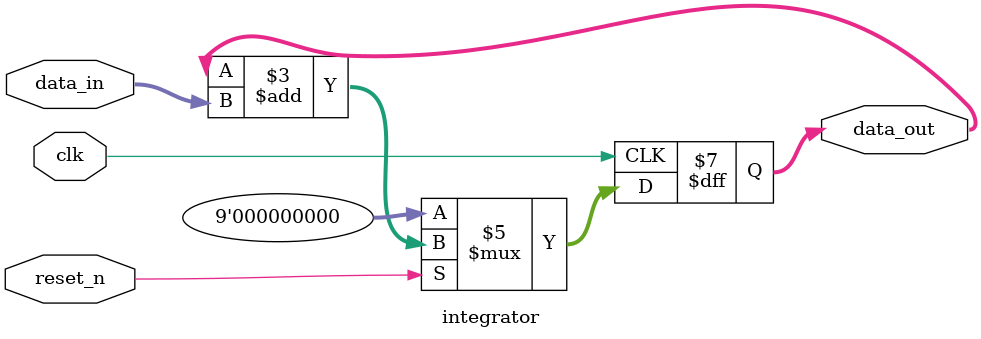
<source format=v>
/*
Copyright (c) 2014-2022 Luiz Carlos Gili

Permission is hereby granted, free of charge, to any person obtaining a copy
of this software and associated documentation files (the "Software"), to deal
in the Software without restriction, including without limitation the rights
to use, copy, modify, merge, publish, distribute, sublicense, and/or sell
copies of the Software, and to permit persons to whom the Software is
furnished to do so, subject to the following conditions:

The above copyright notice and this permission notice shall be included in
all copies or substantial portions of the Software.

THE SOFTWARE IS PROVIDED "AS IS", WITHOUT WARRANTY OF ANY KIND, EXPRESS OR
IMPLIED, INCLUDING BUT NOT LIMITED TO THE WARRANTIES OF MERCHANTABILITY
FITNESS FOR A PARTICULAR PURPOSE AND NONINFRINGEMENT. IN NO EVENT SHALL THE
AUTHORS OR COPYRIGHT HOLDERS BE LIABLE FOR ANY CLAIM, DAMAGES OR OTHER
LIABILITY, WHETHER IN AN ACTION OF CONTRACT, TORT OR OTHERWISE, ARISING FROM,
OUT OF OR IN CONNECTION WITH THE SOFTWARE OR THE USE OR OTHER DEALINGS IN
THE SOFTWARE.
*/

// Language: Verilog 2001

`timescale 1ns / 1ps

module integrator
/*********************************************************************************************/
#(parameter DATA_IN_WIDTH = 8 , DATA_OUT_WIDTH = 9)
/*********************************************************************************************/
(
    input   clk,
    input   reset_n,
    input   signed [DATA_IN_WIDTH-1:0] data_in,
    output  reg signed [DATA_OUT_WIDTH-1:0] data_out
);
/*********************************************************************************************/
always @(posedge clk)
begin
    if (!reset_n)
        data_out <= 0;
    else
        data_out <= data_out + data_in;
end
/*********************************************************************************************/
endmodule
</source>
